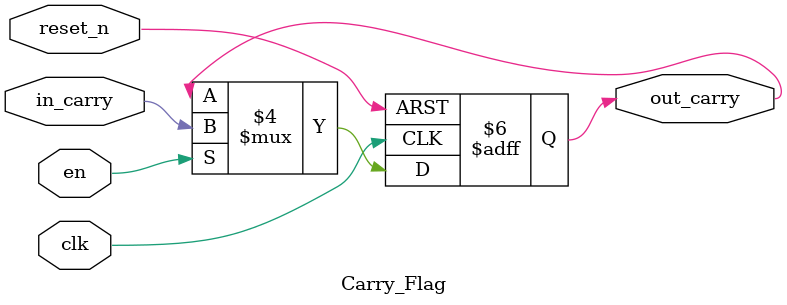
<source format=sv>
`timescale 1ns / 1ps



module Carry_Flag #(parameter n=1) (
input logic clk,
input logic reset_n,
input logic en,
input logic in_carry,
output logic out_carry

    );
    
always_ff@(posedge clk,negedge reset_n)
begin 
if (!reset_n)
out_carry<=0;

else if (en==1)
out_carry<=in_carry;
end     
    
endmodule

</source>
